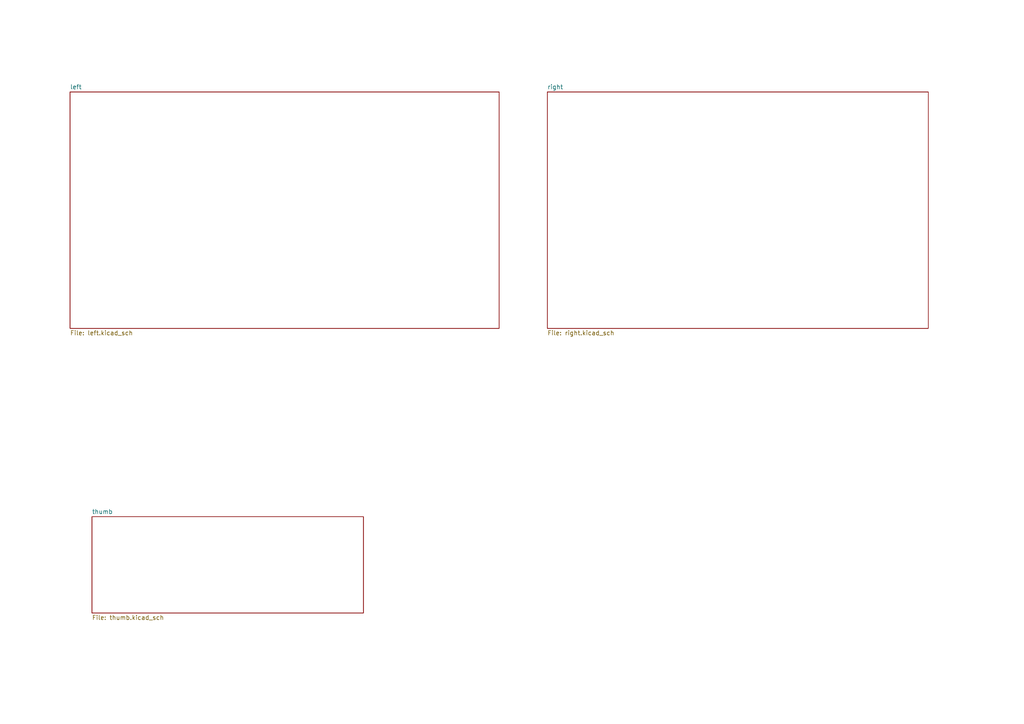
<source format=kicad_sch>
(kicad_sch (version 20230121) (generator eeschema)

  (uuid 9622ce34-2b1b-42e7-b6f6-7aeadf0db0b2)

  (paper "A4")

  (lib_symbols
  )


  (sheet (at 26.67 149.86) (size 78.74 27.94) (fields_autoplaced)
    (stroke (width 0.1524) (type solid))
    (fill (color 0 0 0 0.0000))
    (uuid 210c5729-b2b9-42f7-af73-1fbd3d64fe40)
    (property "Sheetname" "thumb" (at 26.67 149.1484 0)
      (effects (font (size 1.27 1.27)) (justify left bottom))
    )
    (property "Sheetfile" "thumb.kicad_sch" (at 26.67 178.3846 0)
      (effects (font (size 1.27 1.27)) (justify left top))
    )
    (instances
      (project "oddball_steno"
        (path "/9622ce34-2b1b-42e7-b6f6-7aeadf0db0b2" (page "4"))
      )
    )
  )

  (sheet (at 20.32 26.67) (size 124.46 68.58) (fields_autoplaced)
    (stroke (width 0.1524) (type solid))
    (fill (color 0 0 0 0.0000))
    (uuid 402f0d98-d285-4145-9267-c69a411e62bd)
    (property "Sheetname" "left" (at 20.32 25.9584 0)
      (effects (font (size 1.27 1.27)) (justify left bottom))
    )
    (property "Sheetfile" "left.kicad_sch" (at 20.32 95.8346 0)
      (effects (font (size 1.27 1.27)) (justify left top))
    )
    (instances
      (project "oddball_steno"
        (path "/9622ce34-2b1b-42e7-b6f6-7aeadf0db0b2" (page "2"))
      )
    )
  )

  (sheet (at 158.75 26.67) (size 110.49 68.58) (fields_autoplaced)
    (stroke (width 0.1524) (type solid))
    (fill (color 0 0 0 0.0000))
    (uuid 7a5392f5-fc0d-4c26-b189-b21fc102dfdc)
    (property "Sheetname" "right" (at 158.75 25.9584 0)
      (effects (font (size 1.27 1.27)) (justify left bottom))
    )
    (property "Sheetfile" "right.kicad_sch" (at 158.75 95.8346 0)
      (effects (font (size 1.27 1.27)) (justify left top))
    )
    (instances
      (project "oddball_steno"
        (path "/9622ce34-2b1b-42e7-b6f6-7aeadf0db0b2" (page "3"))
      )
    )
  )

  (sheet_instances
    (path "/" (page "1"))
  )
)

</source>
